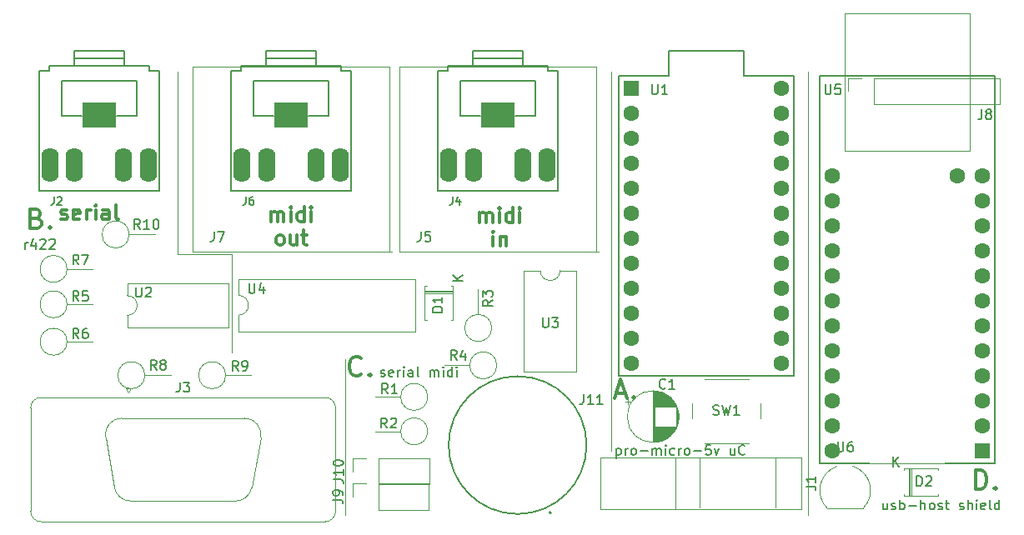
<source format=gto>
G04 #@! TF.GenerationSoftware,KiCad,Pcbnew,6.0.5*
G04 #@! TF.CreationDate,2022-08-11T19:52:30+02:00*
G04 #@! TF.ProjectId,_transcribe_,5f747261-6e73-4637-9269-62655f2e6b69,v0_1*
G04 #@! TF.SameCoordinates,Original*
G04 #@! TF.FileFunction,Legend,Top*
G04 #@! TF.FilePolarity,Positive*
%FSLAX46Y46*%
G04 Gerber Fmt 4.6, Leading zero omitted, Abs format (unit mm)*
G04 Created by KiCad (PCBNEW 6.0.5) date 2022-08-11 19:52:30*
%MOMM*%
%LPD*%
G01*
G04 APERTURE LIST*
%ADD10C,0.120000*%
%ADD11C,0.350000*%
%ADD12C,0.150000*%
%ADD13C,0.300000*%
%ADD14C,0.127000*%
%ADD15C,0.200000*%
%ADD16R,1.600000X1.600000*%
%ADD17C,1.600000*%
%ADD18O,1.750000X3.500000*%
%ADD19R,3.500000X2.500000*%
G04 APERTURE END LIST*
D10*
X-210000000Y790000000D02*
X-210000000Y745000000D01*
X-268500000Y771500000D02*
X-274000000Y771500000D01*
X-274000000Y771500000D02*
X-274000000Y790000000D01*
X-268500000Y761500000D02*
X-268500000Y771500000D01*
X-210000000Y745000000D02*
X-210000000Y754000000D01*
X-230000000Y790000000D02*
X-230000000Y751500000D01*
X-257000000Y745000000D02*
X-257000000Y760820000D01*
D11*
X-229502380Y757391666D02*
X-228550000Y757391666D01*
X-229692857Y756820238D02*
X-229026190Y758820238D01*
X-228359523Y756820238D01*
X-227692857Y757010714D02*
X-227597619Y756915476D01*
X-227692857Y756820238D01*
X-227788095Y756915476D01*
X-227692857Y757010714D01*
X-227692857Y756820238D01*
X-288333333Y775142857D02*
X-288047619Y775047619D01*
X-287952380Y774952380D01*
X-287857142Y774761904D01*
X-287857142Y774476190D01*
X-287952380Y774285714D01*
X-288047619Y774190476D01*
X-288238095Y774095238D01*
X-289000000Y774095238D01*
X-289000000Y776095238D01*
X-288333333Y776095238D01*
X-288142857Y776000000D01*
X-288047619Y775904761D01*
X-287952380Y775714285D01*
X-287952380Y775523809D01*
X-288047619Y775333333D01*
X-288142857Y775238095D01*
X-288333333Y775142857D01*
X-289000000Y775142857D01*
X-287000000Y774285714D02*
X-286904761Y774190476D01*
X-287000000Y774095238D01*
X-287095238Y774190476D01*
X-287000000Y774285714D01*
X-287000000Y774095238D01*
D12*
X-229475000Y751764285D02*
X-229475000Y750764285D01*
X-229475000Y751716666D02*
X-229379761Y751764285D01*
X-229189285Y751764285D01*
X-229094047Y751716666D01*
X-229046428Y751669047D01*
X-228998809Y751573809D01*
X-228998809Y751288095D01*
X-229046428Y751192857D01*
X-229094047Y751145238D01*
X-229189285Y751097619D01*
X-229379761Y751097619D01*
X-229475000Y751145238D01*
X-228570238Y751097619D02*
X-228570238Y751764285D01*
X-228570238Y751573809D02*
X-228522619Y751669047D01*
X-228475000Y751716666D01*
X-228379761Y751764285D01*
X-228284523Y751764285D01*
X-227808333Y751097619D02*
X-227903571Y751145238D01*
X-227951190Y751192857D01*
X-227998809Y751288095D01*
X-227998809Y751573809D01*
X-227951190Y751669047D01*
X-227903571Y751716666D01*
X-227808333Y751764285D01*
X-227665476Y751764285D01*
X-227570238Y751716666D01*
X-227522619Y751669047D01*
X-227475000Y751573809D01*
X-227475000Y751288095D01*
X-227522619Y751192857D01*
X-227570238Y751145238D01*
X-227665476Y751097619D01*
X-227808333Y751097619D01*
X-227046428Y751478571D02*
X-226284523Y751478571D01*
X-225808333Y751097619D02*
X-225808333Y751764285D01*
X-225808333Y751669047D02*
X-225760714Y751716666D01*
X-225665476Y751764285D01*
X-225522619Y751764285D01*
X-225427380Y751716666D01*
X-225379761Y751621428D01*
X-225379761Y751097619D01*
X-225379761Y751621428D02*
X-225332142Y751716666D01*
X-225236904Y751764285D01*
X-225094047Y751764285D01*
X-224998809Y751716666D01*
X-224951190Y751621428D01*
X-224951190Y751097619D01*
X-224475000Y751097619D02*
X-224475000Y751764285D01*
X-224475000Y752097619D02*
X-224522619Y752050000D01*
X-224475000Y752002380D01*
X-224427380Y752050000D01*
X-224475000Y752097619D01*
X-224475000Y752002380D01*
X-223570238Y751145238D02*
X-223665476Y751097619D01*
X-223855952Y751097619D01*
X-223951190Y751145238D01*
X-223998809Y751192857D01*
X-224046428Y751288095D01*
X-224046428Y751573809D01*
X-223998809Y751669047D01*
X-223951190Y751716666D01*
X-223855952Y751764285D01*
X-223665476Y751764285D01*
X-223570238Y751716666D01*
X-223141666Y751097619D02*
X-223141666Y751764285D01*
X-223141666Y751573809D02*
X-223094047Y751669047D01*
X-223046428Y751716666D01*
X-222951190Y751764285D01*
X-222855952Y751764285D01*
X-222379761Y751097619D02*
X-222475000Y751145238D01*
X-222522619Y751192857D01*
X-222570238Y751288095D01*
X-222570238Y751573809D01*
X-222522619Y751669047D01*
X-222475000Y751716666D01*
X-222379761Y751764285D01*
X-222236904Y751764285D01*
X-222141666Y751716666D01*
X-222094047Y751669047D01*
X-222046428Y751573809D01*
X-222046428Y751288095D01*
X-222094047Y751192857D01*
X-222141666Y751145238D01*
X-222236904Y751097619D01*
X-222379761Y751097619D01*
X-221617857Y751478571D02*
X-220855952Y751478571D01*
X-219903571Y752097619D02*
X-220379761Y752097619D01*
X-220427380Y751621428D01*
X-220379761Y751669047D01*
X-220284523Y751716666D01*
X-220046428Y751716666D01*
X-219951190Y751669047D01*
X-219903571Y751621428D01*
X-219855952Y751526190D01*
X-219855952Y751288095D01*
X-219903571Y751192857D01*
X-219951190Y751145238D01*
X-220046428Y751097619D01*
X-220284523Y751097619D01*
X-220379761Y751145238D01*
X-220427380Y751192857D01*
X-219522619Y751764285D02*
X-219284523Y751097619D01*
X-219046428Y751764285D01*
X-217475000Y751764285D02*
X-217475000Y751097619D01*
X-217903571Y751764285D02*
X-217903571Y751240476D01*
X-217855952Y751145238D01*
X-217760714Y751097619D01*
X-217617857Y751097619D01*
X-217522619Y751145238D01*
X-217475000Y751192857D01*
X-216427380Y751192857D02*
X-216475000Y751145238D01*
X-216617857Y751097619D01*
X-216713095Y751097619D01*
X-216855952Y751145238D01*
X-216951190Y751240476D01*
X-216998809Y751335714D01*
X-217046428Y751526190D01*
X-217046428Y751669047D01*
X-216998809Y751859523D01*
X-216951190Y751954761D01*
X-216855952Y752050000D01*
X-216713095Y752097619D01*
X-216617857Y752097619D01*
X-216475000Y752050000D01*
X-216427380Y752002380D01*
X-253380952Y759095238D02*
X-253285714Y759047619D01*
X-253095238Y759047619D01*
X-253000000Y759095238D01*
X-252952380Y759190476D01*
X-252952380Y759238095D01*
X-253000000Y759333333D01*
X-253095238Y759380952D01*
X-253238095Y759380952D01*
X-253333333Y759428571D01*
X-253380952Y759523809D01*
X-253380952Y759571428D01*
X-253333333Y759666666D01*
X-253238095Y759714285D01*
X-253095238Y759714285D01*
X-253000000Y759666666D01*
X-252142857Y759095238D02*
X-252238095Y759047619D01*
X-252428571Y759047619D01*
X-252523809Y759095238D01*
X-252571428Y759190476D01*
X-252571428Y759571428D01*
X-252523809Y759666666D01*
X-252428571Y759714285D01*
X-252238095Y759714285D01*
X-252142857Y759666666D01*
X-252095238Y759571428D01*
X-252095238Y759476190D01*
X-252571428Y759380952D01*
X-251666666Y759047619D02*
X-251666666Y759714285D01*
X-251666666Y759523809D02*
X-251619047Y759619047D01*
X-251571428Y759666666D01*
X-251476190Y759714285D01*
X-251380952Y759714285D01*
X-251047619Y759047619D02*
X-251047619Y759714285D01*
X-251047619Y760047619D02*
X-251095238Y760000000D01*
X-251047619Y759952380D01*
X-251000000Y760000000D01*
X-251047619Y760047619D01*
X-251047619Y759952380D01*
X-250142857Y759047619D02*
X-250142857Y759571428D01*
X-250190476Y759666666D01*
X-250285714Y759714285D01*
X-250476190Y759714285D01*
X-250571428Y759666666D01*
X-250142857Y759095238D02*
X-250238095Y759047619D01*
X-250476190Y759047619D01*
X-250571428Y759095238D01*
X-250619047Y759190476D01*
X-250619047Y759285714D01*
X-250571428Y759380952D01*
X-250476190Y759428571D01*
X-250238095Y759428571D01*
X-250142857Y759476190D01*
X-249523809Y759047619D02*
X-249619047Y759095238D01*
X-249666666Y759190476D01*
X-249666666Y760047619D01*
X-248380952Y759047619D02*
X-248380952Y759714285D01*
X-248380952Y759619047D02*
X-248333333Y759666666D01*
X-248238095Y759714285D01*
X-248095238Y759714285D01*
X-248000000Y759666666D01*
X-247952380Y759571428D01*
X-247952380Y759047619D01*
X-247952380Y759571428D02*
X-247904761Y759666666D01*
X-247809523Y759714285D01*
X-247666666Y759714285D01*
X-247571428Y759666666D01*
X-247523809Y759571428D01*
X-247523809Y759047619D01*
X-247047619Y759047619D02*
X-247047619Y759714285D01*
X-247047619Y760047619D02*
X-247095238Y760000000D01*
X-247047619Y759952380D01*
X-247000000Y760000000D01*
X-247047619Y760047619D01*
X-247047619Y759952380D01*
X-246142857Y759047619D02*
X-246142857Y760047619D01*
X-246142857Y759095238D02*
X-246238095Y759047619D01*
X-246428571Y759047619D01*
X-246523809Y759095238D01*
X-246571428Y759142857D01*
X-246619047Y759238095D01*
X-246619047Y759523809D01*
X-246571428Y759619047D01*
X-246523809Y759666666D01*
X-246428571Y759714285D01*
X-246238095Y759714285D01*
X-246142857Y759666666D01*
X-245666666Y759047619D02*
X-245666666Y759714285D01*
X-245666666Y760047619D02*
X-245714285Y760000000D01*
X-245666666Y759952380D01*
X-245619047Y760000000D01*
X-245666666Y760047619D01*
X-245666666Y759952380D01*
X-289500000Y772047619D02*
X-289500000Y772714285D01*
X-289500000Y772523809D02*
X-289452380Y772619047D01*
X-289404761Y772666666D01*
X-289309523Y772714285D01*
X-289214285Y772714285D01*
X-288452380Y772714285D02*
X-288452380Y772047619D01*
X-288690476Y773095238D02*
X-288928571Y772380952D01*
X-288309523Y772380952D01*
X-287976190Y772952380D02*
X-287928571Y773000000D01*
X-287833333Y773047619D01*
X-287595238Y773047619D01*
X-287500000Y773000000D01*
X-287452380Y772952380D01*
X-287404761Y772857142D01*
X-287404761Y772761904D01*
X-287452380Y772619047D01*
X-288023809Y772047619D01*
X-287404761Y772047619D01*
X-287023809Y772952380D02*
X-286976190Y773000000D01*
X-286880952Y773047619D01*
X-286642857Y773047619D01*
X-286547619Y773000000D01*
X-286500000Y772952380D01*
X-286452380Y772857142D01*
X-286452380Y772761904D01*
X-286500000Y772619047D01*
X-287071428Y772047619D01*
X-286452380Y772047619D01*
D11*
X-255357142Y759285714D02*
X-255452380Y759190476D01*
X-255738095Y759095238D01*
X-255928571Y759095238D01*
X-256214285Y759190476D01*
X-256404761Y759380952D01*
X-256500000Y759571428D01*
X-256595238Y759952380D01*
X-256595238Y760238095D01*
X-256500000Y760619047D01*
X-256404761Y760809523D01*
X-256214285Y761000000D01*
X-255928571Y761095238D01*
X-255738095Y761095238D01*
X-255452380Y761000000D01*
X-255357142Y760904761D01*
X-254500000Y759285714D02*
X-254404761Y759190476D01*
X-254500000Y759095238D01*
X-254595238Y759190476D01*
X-254500000Y759285714D01*
X-254500000Y759095238D01*
D13*
X-264535714Y774828928D02*
X-264535714Y775828928D01*
X-264535714Y775686071D02*
X-264464285Y775757500D01*
X-264321428Y775828928D01*
X-264107142Y775828928D01*
X-263964285Y775757500D01*
X-263892857Y775614642D01*
X-263892857Y774828928D01*
X-263892857Y775614642D02*
X-263821428Y775757500D01*
X-263678571Y775828928D01*
X-263464285Y775828928D01*
X-263321428Y775757500D01*
X-263250000Y775614642D01*
X-263250000Y774828928D01*
X-262535714Y774828928D02*
X-262535714Y775828928D01*
X-262535714Y776328928D02*
X-262607142Y776257500D01*
X-262535714Y776186071D01*
X-262464285Y776257500D01*
X-262535714Y776328928D01*
X-262535714Y776186071D01*
X-261178571Y774828928D02*
X-261178571Y776328928D01*
X-261178571Y774900357D02*
X-261321428Y774828928D01*
X-261607142Y774828928D01*
X-261750000Y774900357D01*
X-261821428Y774971785D01*
X-261892857Y775114642D01*
X-261892857Y775543214D01*
X-261821428Y775686071D01*
X-261750000Y775757500D01*
X-261607142Y775828928D01*
X-261321428Y775828928D01*
X-261178571Y775757500D01*
X-260464285Y774828928D02*
X-260464285Y775828928D01*
X-260464285Y776328928D02*
X-260535714Y776257500D01*
X-260464285Y776186071D01*
X-260392857Y776257500D01*
X-260464285Y776328928D01*
X-260464285Y776186071D01*
X-263714285Y772413928D02*
X-263857142Y772485357D01*
X-263928571Y772556785D01*
X-264000000Y772699642D01*
X-264000000Y773128214D01*
X-263928571Y773271071D01*
X-263857142Y773342500D01*
X-263714285Y773413928D01*
X-263500000Y773413928D01*
X-263357142Y773342500D01*
X-263285714Y773271071D01*
X-263214285Y773128214D01*
X-263214285Y772699642D01*
X-263285714Y772556785D01*
X-263357142Y772485357D01*
X-263500000Y772413928D01*
X-263714285Y772413928D01*
X-261928571Y773413928D02*
X-261928571Y772413928D01*
X-262571428Y773413928D02*
X-262571428Y772628214D01*
X-262500000Y772485357D01*
X-262357142Y772413928D01*
X-262142857Y772413928D01*
X-262000000Y772485357D01*
X-261928571Y772556785D01*
X-261428571Y773413928D02*
X-260857142Y773413928D01*
X-261214285Y773913928D02*
X-261214285Y772628214D01*
X-261142857Y772485357D01*
X-261000000Y772413928D01*
X-260857142Y772413928D01*
X-243335714Y774728928D02*
X-243335714Y775728928D01*
X-243335714Y775586071D02*
X-243264285Y775657500D01*
X-243121428Y775728928D01*
X-242907142Y775728928D01*
X-242764285Y775657500D01*
X-242692857Y775514642D01*
X-242692857Y774728928D01*
X-242692857Y775514642D02*
X-242621428Y775657500D01*
X-242478571Y775728928D01*
X-242264285Y775728928D01*
X-242121428Y775657500D01*
X-242050000Y775514642D01*
X-242050000Y774728928D01*
X-241335714Y774728928D02*
X-241335714Y775728928D01*
X-241335714Y776228928D02*
X-241407142Y776157500D01*
X-241335714Y776086071D01*
X-241264285Y776157500D01*
X-241335714Y776228928D01*
X-241335714Y776086071D01*
X-239978571Y774728928D02*
X-239978571Y776228928D01*
X-239978571Y774800357D02*
X-240121428Y774728928D01*
X-240407142Y774728928D01*
X-240550000Y774800357D01*
X-240621428Y774871785D01*
X-240692857Y775014642D01*
X-240692857Y775443214D01*
X-240621428Y775586071D01*
X-240550000Y775657500D01*
X-240407142Y775728928D01*
X-240121428Y775728928D01*
X-239978571Y775657500D01*
X-239264285Y774728928D02*
X-239264285Y775728928D01*
X-239264285Y776228928D02*
X-239335714Y776157500D01*
X-239264285Y776086071D01*
X-239192857Y776157500D01*
X-239264285Y776228928D01*
X-239264285Y776086071D01*
X-241978571Y772313928D02*
X-241978571Y773313928D01*
X-241978571Y773813928D02*
X-242050000Y773742500D01*
X-241978571Y773671071D01*
X-241907142Y773742500D01*
X-241978571Y773813928D01*
X-241978571Y773671071D01*
X-241264285Y773313928D02*
X-241264285Y772313928D01*
X-241264285Y773171071D02*
X-241192857Y773242500D01*
X-241050000Y773313928D01*
X-240835714Y773313928D01*
X-240692857Y773242500D01*
X-240621428Y773099642D01*
X-240621428Y772313928D01*
X-285857142Y775092857D02*
X-285714285Y775021428D01*
X-285428571Y775021428D01*
X-285285714Y775092857D01*
X-285214285Y775235714D01*
X-285214285Y775307142D01*
X-285285714Y775450000D01*
X-285428571Y775521428D01*
X-285642857Y775521428D01*
X-285785714Y775592857D01*
X-285857142Y775735714D01*
X-285857142Y775807142D01*
X-285785714Y775950000D01*
X-285642857Y776021428D01*
X-285428571Y776021428D01*
X-285285714Y775950000D01*
X-284000000Y775092857D02*
X-284142857Y775021428D01*
X-284428571Y775021428D01*
X-284571428Y775092857D01*
X-284642857Y775235714D01*
X-284642857Y775807142D01*
X-284571428Y775950000D01*
X-284428571Y776021428D01*
X-284142857Y776021428D01*
X-284000000Y775950000D01*
X-283928571Y775807142D01*
X-283928571Y775664285D01*
X-284642857Y775521428D01*
X-283285714Y775021428D02*
X-283285714Y776021428D01*
X-283285714Y775735714D02*
X-283214285Y775878571D01*
X-283142857Y775950000D01*
X-283000000Y776021428D01*
X-282857142Y776021428D01*
X-282357142Y775021428D02*
X-282357142Y776021428D01*
X-282357142Y776521428D02*
X-282428571Y776450000D01*
X-282357142Y776378571D01*
X-282285714Y776450000D01*
X-282357142Y776521428D01*
X-282357142Y776378571D01*
X-281000000Y775021428D02*
X-281000000Y775807142D01*
X-281071428Y775950000D01*
X-281214285Y776021428D01*
X-281500000Y776021428D01*
X-281642857Y775950000D01*
X-281000000Y775092857D02*
X-281142857Y775021428D01*
X-281500000Y775021428D01*
X-281642857Y775092857D01*
X-281714285Y775235714D01*
X-281714285Y775378571D01*
X-281642857Y775521428D01*
X-281500000Y775592857D01*
X-281142857Y775592857D01*
X-281000000Y775664285D01*
X-280071428Y775021428D02*
X-280214285Y775092857D01*
X-280285714Y775235714D01*
X-280285714Y776521428D01*
D12*
X-201976190Y746214285D02*
X-201976190Y745547619D01*
X-202404761Y746214285D02*
X-202404761Y745690476D01*
X-202357142Y745595238D01*
X-202261904Y745547619D01*
X-202119047Y745547619D01*
X-202023809Y745595238D01*
X-201976190Y745642857D01*
X-201547619Y745595238D02*
X-201452380Y745547619D01*
X-201261904Y745547619D01*
X-201166666Y745595238D01*
X-201119047Y745690476D01*
X-201119047Y745738095D01*
X-201166666Y745833333D01*
X-201261904Y745880952D01*
X-201404761Y745880952D01*
X-201500000Y745928571D01*
X-201547619Y746023809D01*
X-201547619Y746071428D01*
X-201500000Y746166666D01*
X-201404761Y746214285D01*
X-201261904Y746214285D01*
X-201166666Y746166666D01*
X-200690476Y745547619D02*
X-200690476Y746547619D01*
X-200690476Y746166666D02*
X-200595238Y746214285D01*
X-200404761Y746214285D01*
X-200309523Y746166666D01*
X-200261904Y746119047D01*
X-200214285Y746023809D01*
X-200214285Y745738095D01*
X-200261904Y745642857D01*
X-200309523Y745595238D01*
X-200404761Y745547619D01*
X-200595238Y745547619D01*
X-200690476Y745595238D01*
X-199785714Y745928571D02*
X-199023809Y745928571D01*
X-198547619Y745547619D02*
X-198547619Y746547619D01*
X-198119047Y745547619D02*
X-198119047Y746071428D01*
X-198166666Y746166666D01*
X-198261904Y746214285D01*
X-198404761Y746214285D01*
X-198500000Y746166666D01*
X-198547619Y746119047D01*
X-197500000Y745547619D02*
X-197595238Y745595238D01*
X-197642857Y745642857D01*
X-197690476Y745738095D01*
X-197690476Y746023809D01*
X-197642857Y746119047D01*
X-197595238Y746166666D01*
X-197500000Y746214285D01*
X-197357142Y746214285D01*
X-197261904Y746166666D01*
X-197214285Y746119047D01*
X-197166666Y746023809D01*
X-197166666Y745738095D01*
X-197214285Y745642857D01*
X-197261904Y745595238D01*
X-197357142Y745547619D01*
X-197500000Y745547619D01*
X-196785714Y745595238D02*
X-196690476Y745547619D01*
X-196500000Y745547619D01*
X-196404761Y745595238D01*
X-196357142Y745690476D01*
X-196357142Y745738095D01*
X-196404761Y745833333D01*
X-196500000Y745880952D01*
X-196642857Y745880952D01*
X-196738095Y745928571D01*
X-196785714Y746023809D01*
X-196785714Y746071428D01*
X-196738095Y746166666D01*
X-196642857Y746214285D01*
X-196500000Y746214285D01*
X-196404761Y746166666D01*
X-196071428Y746214285D02*
X-195690476Y746214285D01*
X-195928571Y746547619D02*
X-195928571Y745690476D01*
X-195880952Y745595238D01*
X-195785714Y745547619D01*
X-195690476Y745547619D01*
X-194642857Y745595238D02*
X-194547619Y745547619D01*
X-194357142Y745547619D01*
X-194261904Y745595238D01*
X-194214285Y745690476D01*
X-194214285Y745738095D01*
X-194261904Y745833333D01*
X-194357142Y745880952D01*
X-194500000Y745880952D01*
X-194595238Y745928571D01*
X-194642857Y746023809D01*
X-194642857Y746071428D01*
X-194595238Y746166666D01*
X-194500000Y746214285D01*
X-194357142Y746214285D01*
X-194261904Y746166666D01*
X-193785714Y745547619D02*
X-193785714Y746547619D01*
X-193357142Y745547619D02*
X-193357142Y746071428D01*
X-193404761Y746166666D01*
X-193500000Y746214285D01*
X-193642857Y746214285D01*
X-193738095Y746166666D01*
X-193785714Y746119047D01*
X-192880952Y745547619D02*
X-192880952Y746214285D01*
X-192880952Y746547619D02*
X-192928571Y746500000D01*
X-192880952Y746452380D01*
X-192833333Y746500000D01*
X-192880952Y746547619D01*
X-192880952Y746452380D01*
X-192023809Y745595238D02*
X-192119047Y745547619D01*
X-192309523Y745547619D01*
X-192404761Y745595238D01*
X-192452380Y745690476D01*
X-192452380Y746071428D01*
X-192404761Y746166666D01*
X-192309523Y746214285D01*
X-192119047Y746214285D01*
X-192023809Y746166666D01*
X-191976190Y746071428D01*
X-191976190Y745976190D01*
X-192452380Y745880952D01*
X-191404761Y745547619D02*
X-191500000Y745595238D01*
X-191547619Y745690476D01*
X-191547619Y746547619D01*
X-190595238Y745547619D02*
X-190595238Y746547619D01*
X-190595238Y745595238D02*
X-190690476Y745547619D01*
X-190880952Y745547619D01*
X-190976190Y745595238D01*
X-191023809Y745642857D01*
X-191071428Y745738095D01*
X-191071428Y746023809D01*
X-191023809Y746119047D01*
X-190976190Y746166666D01*
X-190880952Y746214285D01*
X-190690476Y746214285D01*
X-190595238Y746166666D01*
D11*
X-193000000Y747595238D02*
X-193000000Y749595238D01*
X-192523809Y749595238D01*
X-192238095Y749500000D01*
X-192047619Y749309523D01*
X-191952380Y749119047D01*
X-191857142Y748738095D01*
X-191857142Y748452380D01*
X-191952380Y748071428D01*
X-192047619Y747880952D01*
X-192238095Y747690476D01*
X-192523809Y747595238D01*
X-193000000Y747595238D01*
X-191000000Y747785714D02*
X-190904761Y747690476D01*
X-191000000Y747595238D01*
X-191095238Y747690476D01*
X-191000000Y747785714D01*
X-191000000Y747595238D01*
D12*
X-232809523Y757247619D02*
X-232809523Y756533333D01*
X-232857142Y756390476D01*
X-232952380Y756295238D01*
X-233095238Y756247619D01*
X-233190476Y756247619D01*
X-231809523Y756247619D02*
X-232380952Y756247619D01*
X-232095238Y756247619D02*
X-232095238Y757247619D01*
X-232190476Y757104761D01*
X-232285714Y757009523D01*
X-232380952Y756961904D01*
X-230857142Y756247619D02*
X-231428571Y756247619D01*
X-231142857Y756247619D02*
X-231142857Y757247619D01*
X-231238095Y757104761D01*
X-231333333Y757009523D01*
X-231428571Y756961904D01*
X-236951904Y765047619D02*
X-236951904Y764238095D01*
X-236904285Y764142857D01*
X-236856666Y764095238D01*
X-236761428Y764047619D01*
X-236570952Y764047619D01*
X-236475714Y764095238D01*
X-236428095Y764142857D01*
X-236380476Y764238095D01*
X-236380476Y765047619D01*
X-235999523Y765047619D02*
X-235380476Y765047619D01*
X-235713809Y764666666D01*
X-235570952Y764666666D01*
X-235475714Y764619047D01*
X-235428095Y764571428D01*
X-235380476Y764476190D01*
X-235380476Y764238095D01*
X-235428095Y764142857D01*
X-235475714Y764095238D01*
X-235570952Y764047619D01*
X-235856666Y764047619D01*
X-235951904Y764095238D01*
X-235999523Y764142857D01*
X-245691666Y760747619D02*
X-246025000Y761223809D01*
X-246263095Y760747619D02*
X-246263095Y761747619D01*
X-245882142Y761747619D01*
X-245786904Y761700000D01*
X-245739285Y761652380D01*
X-245691666Y761557142D01*
X-245691666Y761414285D01*
X-245739285Y761319047D01*
X-245786904Y761271428D01*
X-245882142Y761223809D01*
X-246263095Y761223809D01*
X-244834523Y761414285D02*
X-244834523Y760747619D01*
X-245072619Y761795238D02*
X-245310714Y761080952D01*
X-244691666Y761080952D01*
X-252666666Y757347619D02*
X-253000000Y757823809D01*
X-253238095Y757347619D02*
X-253238095Y758347619D01*
X-252857142Y758347619D01*
X-252761904Y758300000D01*
X-252714285Y758252380D01*
X-252666666Y758157142D01*
X-252666666Y758014285D01*
X-252714285Y757919047D01*
X-252761904Y757871428D01*
X-252857142Y757823809D01*
X-253238095Y757823809D01*
X-251714285Y757347619D02*
X-252285714Y757347619D01*
X-252000000Y757347619D02*
X-252000000Y758347619D01*
X-252095238Y758204761D01*
X-252190476Y758109523D01*
X-252285714Y758061904D01*
X-252766666Y753847619D02*
X-253100000Y754323809D01*
X-253338095Y753847619D02*
X-253338095Y754847619D01*
X-252957142Y754847619D01*
X-252861904Y754800000D01*
X-252814285Y754752380D01*
X-252766666Y754657142D01*
X-252766666Y754514285D01*
X-252814285Y754419047D01*
X-252861904Y754371428D01*
X-252957142Y754323809D01*
X-253338095Y754323809D01*
X-252385714Y754752380D02*
X-252338095Y754800000D01*
X-252242857Y754847619D01*
X-252004761Y754847619D01*
X-251909523Y754800000D01*
X-251861904Y754752380D01*
X-251814285Y754657142D01*
X-251814285Y754561904D01*
X-251861904Y754419047D01*
X-252433333Y753847619D01*
X-251814285Y753847619D01*
X-266761904Y768547619D02*
X-266761904Y767738095D01*
X-266714285Y767642857D01*
X-266666666Y767595238D01*
X-266571428Y767547619D01*
X-266380952Y767547619D01*
X-266285714Y767595238D01*
X-266238095Y767642857D01*
X-266190476Y767738095D01*
X-266190476Y768547619D01*
X-265285714Y768214285D02*
X-265285714Y767547619D01*
X-265523809Y768595238D02*
X-265761904Y767880952D01*
X-265142857Y767880952D01*
X-225861904Y788747619D02*
X-225861904Y787938095D01*
X-225814285Y787842857D01*
X-225766666Y787795238D01*
X-225671428Y787747619D01*
X-225480952Y787747619D01*
X-225385714Y787795238D01*
X-225338095Y787842857D01*
X-225290476Y787938095D01*
X-225290476Y788747619D01*
X-224290476Y787747619D02*
X-224861904Y787747619D01*
X-224576190Y787747619D02*
X-224576190Y788747619D01*
X-224671428Y788604761D01*
X-224766666Y788509523D01*
X-224861904Y788461904D01*
X-208261904Y788747619D02*
X-208261904Y787938095D01*
X-208214285Y787842857D01*
X-208166666Y787795238D01*
X-208071428Y787747619D01*
X-207880952Y787747619D01*
X-207785714Y787795238D01*
X-207738095Y787842857D01*
X-207690476Y787938095D01*
X-207690476Y788747619D01*
X-206738095Y788747619D02*
X-207214285Y788747619D01*
X-207261904Y788271428D01*
X-207214285Y788319047D01*
X-207119047Y788366666D01*
X-206880952Y788366666D01*
X-206785714Y788319047D01*
X-206738095Y788271428D01*
X-206690476Y788176190D01*
X-206690476Y787938095D01*
X-206738095Y787842857D01*
X-206785714Y787795238D01*
X-206880952Y787747619D01*
X-207119047Y787747619D01*
X-207214285Y787795238D01*
X-207261904Y787842857D01*
X-224491666Y757917857D02*
X-224539285Y757870238D01*
X-224682142Y757822619D01*
X-224777380Y757822619D01*
X-224920238Y757870238D01*
X-225015476Y757965476D01*
X-225063095Y758060714D01*
X-225110714Y758251190D01*
X-225110714Y758394047D01*
X-225063095Y758584523D01*
X-225015476Y758679761D01*
X-224920238Y758775000D01*
X-224777380Y758822619D01*
X-224682142Y758822619D01*
X-224539285Y758775000D01*
X-224491666Y758727380D01*
X-223539285Y757822619D02*
X-224110714Y757822619D01*
X-223825000Y757822619D02*
X-223825000Y758822619D01*
X-223920238Y758679761D01*
X-224015476Y758584523D01*
X-224110714Y758536904D01*
X-247147619Y765611904D02*
X-248147619Y765611904D01*
X-248147619Y765850000D01*
X-248100000Y765992857D01*
X-248004761Y766088095D01*
X-247909523Y766135714D01*
X-247719047Y766183333D01*
X-247576190Y766183333D01*
X-247385714Y766135714D01*
X-247290476Y766088095D01*
X-247195238Y765992857D01*
X-247147619Y765850000D01*
X-247147619Y765611904D01*
X-247147619Y767135714D02*
X-247147619Y766564285D01*
X-247147619Y766850000D02*
X-248147619Y766850000D01*
X-248004761Y766754761D01*
X-247909523Y766659523D01*
X-247861904Y766564285D01*
X-245047619Y768818095D02*
X-246047619Y768818095D01*
X-245047619Y769389523D02*
X-245619047Y768960952D01*
X-246047619Y769389523D02*
X-245476190Y768818095D01*
X-210217619Y747896666D02*
X-209503333Y747896666D01*
X-209360476Y747849047D01*
X-209265238Y747753809D01*
X-209217619Y747610952D01*
X-209217619Y747515714D01*
X-209217619Y748896666D02*
X-209217619Y748325238D01*
X-209217619Y748610952D02*
X-210217619Y748610952D01*
X-210074761Y748515714D01*
X-209979523Y748420476D01*
X-209931904Y748325238D01*
X-198963095Y747947619D02*
X-198963095Y748947619D01*
X-198725000Y748947619D01*
X-198582142Y748900000D01*
X-198486904Y748804761D01*
X-198439285Y748709523D01*
X-198391666Y748519047D01*
X-198391666Y748376190D01*
X-198439285Y748185714D01*
X-198486904Y748090476D01*
X-198582142Y747995238D01*
X-198725000Y747947619D01*
X-198963095Y747947619D01*
X-198010714Y748852380D02*
X-197963095Y748900000D01*
X-197867857Y748947619D01*
X-197629761Y748947619D01*
X-197534523Y748900000D01*
X-197486904Y748852380D01*
X-197439285Y748757142D01*
X-197439285Y748661904D01*
X-197486904Y748519047D01*
X-198058333Y747947619D01*
X-197439285Y747947619D01*
X-201336904Y749897619D02*
X-201336904Y750897619D01*
X-200765476Y749897619D02*
X-201194047Y750469047D01*
X-200765476Y750897619D02*
X-201336904Y750326190D01*
X-242047619Y766833333D02*
X-242523809Y766500000D01*
X-242047619Y766261904D02*
X-243047619Y766261904D01*
X-243047619Y766642857D01*
X-243000000Y766738095D01*
X-242952380Y766785714D01*
X-242857142Y766833333D01*
X-242714285Y766833333D01*
X-242619047Y766785714D01*
X-242571428Y766738095D01*
X-242523809Y766642857D01*
X-242523809Y766261904D01*
X-243047619Y767166666D02*
X-243047619Y767785714D01*
X-242666666Y767452380D01*
X-242666666Y767595238D01*
X-242619047Y767690476D01*
X-242571428Y767738095D01*
X-242476190Y767785714D01*
X-242238095Y767785714D01*
X-242142857Y767738095D01*
X-242095238Y767690476D01*
X-242047619Y767595238D01*
X-242047619Y767309523D01*
X-242095238Y767214285D01*
X-242142857Y767166666D01*
X-192383333Y786197619D02*
X-192383333Y785483333D01*
X-192430952Y785340476D01*
X-192526190Y785245238D01*
X-192669047Y785197619D01*
X-192764285Y785197619D01*
X-191764285Y785769047D02*
X-191859523Y785816666D01*
X-191907142Y785864285D01*
X-191954761Y785959523D01*
X-191954761Y786007142D01*
X-191907142Y786102380D01*
X-191859523Y786150000D01*
X-191764285Y786197619D01*
X-191573809Y786197619D01*
X-191478571Y786150000D01*
X-191430952Y786102380D01*
X-191383333Y786007142D01*
X-191383333Y785959523D01*
X-191430952Y785864285D01*
X-191478571Y785816666D01*
X-191573809Y785769047D01*
X-191764285Y785769047D01*
X-191859523Y785721428D01*
X-191907142Y785673809D01*
X-191954761Y785578571D01*
X-191954761Y785388095D01*
X-191907142Y785292857D01*
X-191859523Y785245238D01*
X-191764285Y785197619D01*
X-191573809Y785197619D01*
X-191478571Y785245238D01*
X-191430952Y785292857D01*
X-191383333Y785388095D01*
X-191383333Y785578571D01*
X-191430952Y785673809D01*
X-191478571Y785721428D01*
X-191573809Y785769047D01*
X-206991904Y752447619D02*
X-206991904Y751638095D01*
X-206944285Y751542857D01*
X-206896666Y751495238D01*
X-206801428Y751447619D01*
X-206610952Y751447619D01*
X-206515714Y751495238D01*
X-206468095Y751542857D01*
X-206420476Y751638095D01*
X-206420476Y752447619D01*
X-205515714Y752447619D02*
X-205706190Y752447619D01*
X-205801428Y752400000D01*
X-205849047Y752352380D01*
X-205944285Y752209523D01*
X-205991904Y752019047D01*
X-205991904Y751638095D01*
X-205944285Y751542857D01*
X-205896666Y751495238D01*
X-205801428Y751447619D01*
X-205610952Y751447619D01*
X-205515714Y751495238D01*
X-205468095Y751542857D01*
X-205420476Y751638095D01*
X-205420476Y751876190D01*
X-205468095Y751971428D01*
X-205515714Y752019047D01*
X-205610952Y752066666D01*
X-205801428Y752066666D01*
X-205896666Y752019047D01*
X-205944285Y751971428D01*
X-205991904Y751876190D01*
X-286584666Y777326095D02*
X-286584666Y776754666D01*
X-286622761Y776640380D01*
X-286698952Y776564190D01*
X-286813238Y776526095D01*
X-286889428Y776526095D01*
X-286241809Y777249904D02*
X-286203714Y777288000D01*
X-286127523Y777326095D01*
X-285937047Y777326095D01*
X-285860857Y777288000D01*
X-285822761Y777249904D01*
X-285784666Y777173714D01*
X-285784666Y777097523D01*
X-285822761Y776983238D01*
X-286279904Y776526095D01*
X-285784666Y776526095D01*
X-273793333Y758487619D02*
X-273793333Y757773333D01*
X-273840952Y757630476D01*
X-273936190Y757535238D01*
X-274079047Y757487619D01*
X-274174285Y757487619D01*
X-273412380Y758487619D02*
X-272793333Y758487619D01*
X-273126666Y758106666D01*
X-272983809Y758106666D01*
X-272888571Y758059047D01*
X-272840952Y758011428D01*
X-272793333Y757916190D01*
X-272793333Y757678095D01*
X-272840952Y757582857D01*
X-272888571Y757535238D01*
X-272983809Y757487619D01*
X-273269523Y757487619D01*
X-273364761Y757535238D01*
X-273412380Y757582857D01*
X-246084666Y777326095D02*
X-246084666Y776754666D01*
X-246122761Y776640380D01*
X-246198952Y776564190D01*
X-246313238Y776526095D01*
X-246389428Y776526095D01*
X-245360857Y777059428D02*
X-245360857Y776526095D01*
X-245551333Y777364190D02*
X-245741809Y776792761D01*
X-245246571Y776792761D01*
X-249333333Y773797619D02*
X-249333333Y773083333D01*
X-249380952Y772940476D01*
X-249476190Y772845238D01*
X-249619047Y772797619D01*
X-249714285Y772797619D01*
X-248380952Y773797619D02*
X-248857142Y773797619D01*
X-248904761Y773321428D01*
X-248857142Y773369047D01*
X-248761904Y773416666D01*
X-248523809Y773416666D01*
X-248428571Y773369047D01*
X-248380952Y773321428D01*
X-248333333Y773226190D01*
X-248333333Y772988095D01*
X-248380952Y772892857D01*
X-248428571Y772845238D01*
X-248523809Y772797619D01*
X-248761904Y772797619D01*
X-248857142Y772845238D01*
X-248904761Y772892857D01*
X-267084666Y777326095D02*
X-267084666Y776754666D01*
X-267122761Y776640380D01*
X-267198952Y776564190D01*
X-267313238Y776526095D01*
X-267389428Y776526095D01*
X-266360857Y777326095D02*
X-266513238Y777326095D01*
X-266589428Y777288000D01*
X-266627523Y777249904D01*
X-266703714Y777135619D01*
X-266741809Y776983238D01*
X-266741809Y776678476D01*
X-266703714Y776602285D01*
X-266665619Y776564190D01*
X-266589428Y776526095D01*
X-266437047Y776526095D01*
X-266360857Y776564190D01*
X-266322761Y776602285D01*
X-266284666Y776678476D01*
X-266284666Y776868952D01*
X-266322761Y776945142D01*
X-266360857Y776983238D01*
X-266437047Y777021333D01*
X-266589428Y777021333D01*
X-266665619Y776983238D01*
X-266703714Y776945142D01*
X-266741809Y776868952D01*
X-270333333Y773797619D02*
X-270333333Y773083333D01*
X-270380952Y772940476D01*
X-270476190Y772845238D01*
X-270619047Y772797619D01*
X-270714285Y772797619D01*
X-269952380Y773797619D02*
X-269285714Y773797619D01*
X-269714285Y772797619D01*
X-219633333Y755220238D02*
X-219490476Y755172619D01*
X-219252380Y755172619D01*
X-219157142Y755220238D01*
X-219109523Y755267857D01*
X-219061904Y755363095D01*
X-219061904Y755458333D01*
X-219109523Y755553571D01*
X-219157142Y755601190D01*
X-219252380Y755648809D01*
X-219442857Y755696428D01*
X-219538095Y755744047D01*
X-219585714Y755791666D01*
X-219633333Y755886904D01*
X-219633333Y755982142D01*
X-219585714Y756077380D01*
X-219538095Y756125000D01*
X-219442857Y756172619D01*
X-219204761Y756172619D01*
X-219061904Y756125000D01*
X-218728571Y756172619D02*
X-218490476Y755172619D01*
X-218300000Y755886904D01*
X-218109523Y755172619D01*
X-217871428Y756172619D01*
X-216966666Y755172619D02*
X-217538095Y755172619D01*
X-217252380Y755172619D02*
X-217252380Y756172619D01*
X-217347619Y756029761D01*
X-217442857Y755934523D01*
X-217538095Y755886904D01*
X-278261904Y768147619D02*
X-278261904Y767338095D01*
X-278214285Y767242857D01*
X-278166666Y767195238D01*
X-278071428Y767147619D01*
X-277880952Y767147619D01*
X-277785714Y767195238D01*
X-277738095Y767242857D01*
X-277690476Y767338095D01*
X-277690476Y768147619D01*
X-277261904Y768052380D02*
X-277214285Y768100000D01*
X-277119047Y768147619D01*
X-276880952Y768147619D01*
X-276785714Y768100000D01*
X-276738095Y768052380D01*
X-276690476Y767957142D01*
X-276690476Y767861904D01*
X-276738095Y767719047D01*
X-277309523Y767147619D01*
X-276690476Y767147619D01*
X-258242619Y746541666D02*
X-257528333Y746541666D01*
X-257385476Y746494047D01*
X-257290238Y746398809D01*
X-257242619Y746255952D01*
X-257242619Y746160714D01*
X-257242619Y747065476D02*
X-257242619Y747255952D01*
X-257290238Y747351190D01*
X-257337857Y747398809D01*
X-257480714Y747494047D01*
X-257671190Y747541666D01*
X-258052142Y747541666D01*
X-258147380Y747494047D01*
X-258195000Y747446428D01*
X-258242619Y747351190D01*
X-258242619Y747160714D01*
X-258195000Y747065476D01*
X-258147380Y747017857D01*
X-258052142Y746970238D01*
X-257814047Y746970238D01*
X-257718809Y747017857D01*
X-257671190Y747065476D01*
X-257623571Y747160714D01*
X-257623571Y747351190D01*
X-257671190Y747446428D01*
X-257718809Y747494047D01*
X-257814047Y747541666D01*
X-258207619Y748625476D02*
X-257493333Y748625476D01*
X-257350476Y748577857D01*
X-257255238Y748482619D01*
X-257207619Y748339761D01*
X-257207619Y748244523D01*
X-257207619Y749625476D02*
X-257207619Y749054047D01*
X-257207619Y749339761D02*
X-258207619Y749339761D01*
X-258064761Y749244523D01*
X-257969523Y749149285D01*
X-257921904Y749054047D01*
X-258207619Y750244523D02*
X-258207619Y750339761D01*
X-258160000Y750435000D01*
X-258112380Y750482619D01*
X-258017142Y750530238D01*
X-257826666Y750577857D01*
X-257588571Y750577857D01*
X-257398095Y750530238D01*
X-257302857Y750482619D01*
X-257255238Y750435000D01*
X-257207619Y750339761D01*
X-257207619Y750244523D01*
X-257255238Y750149285D01*
X-257302857Y750101666D01*
X-257398095Y750054047D01*
X-257588571Y750006428D01*
X-257826666Y750006428D01*
X-258017142Y750054047D01*
X-258112380Y750101666D01*
X-258160000Y750149285D01*
X-258207619Y750244523D01*
X-267866666Y759647619D02*
X-268199999Y760123809D01*
X-268438095Y759647619D02*
X-268438095Y760647619D01*
X-268057142Y760647619D01*
X-267961904Y760600000D01*
X-267914285Y760552380D01*
X-267866666Y760457142D01*
X-267866666Y760314285D01*
X-267914285Y760219047D01*
X-267961904Y760171428D01*
X-268057142Y760123809D01*
X-268438095Y760123809D01*
X-267390476Y759647619D02*
X-267199999Y759647619D01*
X-267104761Y759695238D01*
X-267057142Y759742857D01*
X-266961904Y759885714D01*
X-266914285Y760076190D01*
X-266914285Y760457142D01*
X-266961904Y760552380D01*
X-267009523Y760600000D01*
X-267104761Y760647619D01*
X-267295238Y760647619D01*
X-267390476Y760600000D01*
X-267438095Y760552380D01*
X-267485714Y760457142D01*
X-267485714Y760219047D01*
X-267438095Y760123809D01*
X-267390476Y760076190D01*
X-267295238Y760028571D01*
X-267104761Y760028571D01*
X-267009523Y760076190D01*
X-266961904Y760123809D01*
X-266914285Y760219047D01*
X-284066666Y766747619D02*
X-284400000Y767223809D01*
X-284638095Y766747619D02*
X-284638095Y767747619D01*
X-284257142Y767747619D01*
X-284161904Y767700000D01*
X-284114285Y767652380D01*
X-284066666Y767557142D01*
X-284066666Y767414285D01*
X-284114285Y767319047D01*
X-284161904Y767271428D01*
X-284257142Y767223809D01*
X-284638095Y767223809D01*
X-283161904Y767747619D02*
X-283638095Y767747619D01*
X-283685714Y767271428D01*
X-283638095Y767319047D01*
X-283542857Y767366666D01*
X-283304761Y767366666D01*
X-283209523Y767319047D01*
X-283161904Y767271428D01*
X-283114285Y767176190D01*
X-283114285Y766938095D01*
X-283161904Y766842857D01*
X-283209523Y766795238D01*
X-283304761Y766747619D01*
X-283542857Y766747619D01*
X-283638095Y766795238D01*
X-283685714Y766842857D01*
X-284066666Y770447619D02*
X-284400000Y770923809D01*
X-284638095Y770447619D02*
X-284638095Y771447619D01*
X-284257142Y771447619D01*
X-284161904Y771400000D01*
X-284114285Y771352380D01*
X-284066666Y771257142D01*
X-284066666Y771114285D01*
X-284114285Y771019047D01*
X-284161904Y770971428D01*
X-284257142Y770923809D01*
X-284638095Y770923809D01*
X-283733333Y771447619D02*
X-283066666Y771447619D01*
X-283495238Y770447619D01*
X-276166666Y759747619D02*
X-276500000Y760223809D01*
X-276738095Y759747619D02*
X-276738095Y760747619D01*
X-276357142Y760747619D01*
X-276261904Y760700000D01*
X-276214285Y760652380D01*
X-276166666Y760557142D01*
X-276166666Y760414285D01*
X-276214285Y760319047D01*
X-276261904Y760271428D01*
X-276357142Y760223809D01*
X-276738095Y760223809D01*
X-275595238Y760319047D02*
X-275690476Y760366666D01*
X-275738095Y760414285D01*
X-275785714Y760509523D01*
X-275785714Y760557142D01*
X-275738095Y760652380D01*
X-275690476Y760700000D01*
X-275595238Y760747619D01*
X-275404761Y760747619D01*
X-275309523Y760700000D01*
X-275261904Y760652380D01*
X-275214285Y760557142D01*
X-275214285Y760509523D01*
X-275261904Y760414285D01*
X-275309523Y760366666D01*
X-275404761Y760319047D01*
X-275595238Y760319047D01*
X-275690476Y760271428D01*
X-275738095Y760223809D01*
X-275785714Y760128571D01*
X-275785714Y759938095D01*
X-275738095Y759842857D01*
X-275690476Y759795238D01*
X-275595238Y759747619D01*
X-275404761Y759747619D01*
X-275309523Y759795238D01*
X-275261904Y759842857D01*
X-275214285Y759938095D01*
X-275214285Y760128571D01*
X-275261904Y760223809D01*
X-275309523Y760271428D01*
X-275404761Y760319047D01*
X-284066666Y762947619D02*
X-284400000Y763423809D01*
X-284638095Y762947619D02*
X-284638095Y763947619D01*
X-284257142Y763947619D01*
X-284161904Y763900000D01*
X-284114285Y763852380D01*
X-284066666Y763757142D01*
X-284066666Y763614285D01*
X-284114285Y763519047D01*
X-284161904Y763471428D01*
X-284257142Y763423809D01*
X-284638095Y763423809D01*
X-283209523Y763947619D02*
X-283400000Y763947619D01*
X-283495238Y763900000D01*
X-283542857Y763852380D01*
X-283638095Y763709523D01*
X-283685714Y763519047D01*
X-283685714Y763138095D01*
X-283638095Y763042857D01*
X-283590476Y762995238D01*
X-283495238Y762947619D01*
X-283304761Y762947619D01*
X-283209523Y762995238D01*
X-283161904Y763042857D01*
X-283114285Y763138095D01*
X-283114285Y763376190D01*
X-283161904Y763471428D01*
X-283209523Y763519047D01*
X-283304761Y763566666D01*
X-283495238Y763566666D01*
X-283590476Y763519047D01*
X-283638095Y763471428D01*
X-283685714Y763376190D01*
X-277842857Y774047619D02*
X-278176190Y774523809D01*
X-278414285Y774047619D02*
X-278414285Y775047619D01*
X-278033333Y775047619D01*
X-277938095Y775000000D01*
X-277890476Y774952380D01*
X-277842857Y774857142D01*
X-277842857Y774714285D01*
X-277890476Y774619047D01*
X-277938095Y774571428D01*
X-278033333Y774523809D01*
X-278414285Y774523809D01*
X-276890476Y774047619D02*
X-277461904Y774047619D01*
X-277176190Y774047619D02*
X-277176190Y775047619D01*
X-277271428Y774904761D01*
X-277366666Y774809523D01*
X-277461904Y774761904D01*
X-276271428Y775047619D02*
X-276176190Y775047619D01*
X-276080952Y775000000D01*
X-276033333Y774952380D01*
X-275985714Y774857142D01*
X-275938095Y774666666D01*
X-275938095Y774428571D01*
X-275985714Y774238095D01*
X-276033333Y774142857D01*
X-276080952Y774095238D01*
X-276176190Y774047619D01*
X-276271428Y774047619D01*
X-276366666Y774095238D01*
X-276414285Y774142857D01*
X-276461904Y774238095D01*
X-276509523Y774428571D01*
X-276509523Y774666666D01*
X-276461904Y774857142D01*
X-276414285Y774952380D01*
X-276366666Y775000000D01*
X-276271428Y775047619D01*
D14*
X-232500000Y752100000D02*
G75*
G03*
X-232500000Y752100000I-7000000J0D01*
G01*
D15*
X-236099000Y745209000D02*
G75*
G03*
X-236099000Y745209000I-100000J0D01*
G01*
D10*
X-237190000Y769830000D02*
X-238840000Y769830000D01*
X-233540000Y759550000D02*
X-233540000Y769830000D01*
X-238840000Y759550000D02*
X-233540000Y759550000D01*
X-233540000Y769830000D02*
X-235190000Y769830000D01*
X-238840000Y769830000D02*
X-238840000Y759550000D01*
X-237190000Y769830000D02*
G75*
G03*
X-235190000Y769830000I1000000J0D01*
G01*
X-244355000Y760200000D02*
X-246965000Y760200000D01*
X-241615000Y760200000D02*
G75*
G03*
X-241615000Y760200000I-1370000J0D01*
G01*
X-251370000Y757000000D02*
X-253980000Y757000000D01*
X-248630000Y757000000D02*
G75*
G03*
X-248630000Y757000000I-1370000J0D01*
G01*
X-251370000Y753500000D02*
X-253980000Y753500000D01*
X-248630000Y753500000D02*
G75*
G03*
X-248630000Y753500000I-1370000J0D01*
G01*
X-267830000Y765310000D02*
X-267830000Y763660000D01*
X-249930000Y768960000D02*
X-267830000Y768960000D01*
X-249930000Y763660000D02*
X-249930000Y768960000D01*
X-267830000Y768960000D02*
X-267830000Y767310000D01*
X-267830000Y763660000D02*
X-249930000Y763660000D01*
X-267830000Y765310000D02*
G75*
G03*
X-267830000Y767310000I0J1000000D01*
G01*
D12*
X-211410000Y759160000D02*
X-229190000Y759160000D01*
X-211410000Y789640000D02*
X-211410000Y759160000D01*
X-216490000Y789640000D02*
X-211410000Y789640000D01*
X-229190000Y789640000D02*
X-224110000Y789640000D01*
X-224110000Y789640000D02*
X-224110000Y792180000D01*
X-224110000Y792180000D02*
X-216490000Y792180000D01*
X-216490000Y792180000D02*
X-216490000Y789640000D01*
X-229190000Y789640000D02*
X-229190000Y759160000D01*
X-208790000Y789630000D02*
X-191010000Y789630000D01*
X-208790000Y750260000D02*
X-208790000Y789630000D01*
D10*
X-193550000Y795980000D02*
X-206250000Y795980000D01*
X-193550000Y782010000D02*
X-193550000Y795980000D01*
D12*
X-191010000Y750260000D02*
X-191010000Y789630000D01*
D10*
X-206250000Y782010000D02*
X-193550000Y782010000D01*
D12*
X-191010000Y750260000D02*
X-196090000Y750260000D01*
D10*
X-206250000Y795980000D02*
X-206250000Y782010000D01*
D12*
X-203710000Y750260000D02*
X-208790000Y750260000D01*
D10*
X-203710000Y750260000D02*
X-196090000Y750260000D01*
X-223949000Y756864000D02*
X-223949000Y756040000D01*
X-224949000Y753960000D02*
X-224949000Y752545000D01*
X-223549000Y753960000D02*
X-223549000Y753617000D01*
X-223189000Y755518000D02*
X-223189000Y754482000D01*
X-225310000Y757543000D02*
X-225310000Y756040000D01*
X-223269000Y755805000D02*
X-223269000Y754195000D01*
X-224309000Y757149000D02*
X-224309000Y756040000D01*
X-224469000Y757247000D02*
X-224469000Y756040000D01*
X-224669000Y753960000D02*
X-224669000Y752652000D01*
X-224629000Y753960000D02*
X-224629000Y752671000D01*
X-223469000Y753960000D02*
X-223469000Y753749000D01*
X-223629000Y756500000D02*
X-223629000Y756040000D01*
X-224429000Y757224000D02*
X-224429000Y756040000D01*
X-225230000Y753960000D02*
X-225230000Y752472000D01*
X-224829000Y757414000D02*
X-224829000Y756040000D01*
X-225070000Y753960000D02*
X-225070000Y752509000D01*
X-225390000Y757556000D02*
X-225390000Y756040000D01*
X-228304775Y756725000D02*
X-228304775Y756225000D01*
X-224229000Y753960000D02*
X-224229000Y752905000D01*
X-224549000Y753960000D02*
X-224549000Y752710000D01*
X-224029000Y753960000D02*
X-224029000Y753063000D01*
X-224029000Y756937000D02*
X-224029000Y756040000D01*
X-224509000Y757268000D02*
X-224509000Y756040000D01*
X-223349000Y756011000D02*
X-223349000Y753989000D01*
X-224989000Y753960000D02*
X-224989000Y752532000D01*
X-223229000Y755677000D02*
X-223229000Y754323000D01*
X-225230000Y757528000D02*
X-225230000Y756040000D01*
X-223629000Y753960000D02*
X-223629000Y753500000D01*
X-224349000Y757175000D02*
X-224349000Y756040000D01*
X-225550000Y757573000D02*
X-225550000Y752427000D01*
X-224149000Y757035000D02*
X-224149000Y756040000D01*
X-224749000Y753960000D02*
X-224749000Y752618000D01*
X-223669000Y753960000D02*
X-223669000Y753446000D01*
X-224789000Y753960000D02*
X-224789000Y752602000D01*
X-224589000Y753960000D02*
X-224589000Y752690000D01*
X-223509000Y753960000D02*
X-223509000Y753681000D01*
X-224669000Y757348000D02*
X-224669000Y756040000D01*
X-225190000Y757520000D02*
X-225190000Y756040000D01*
X-228554775Y756475000D02*
X-228054775Y756475000D01*
X-223829000Y756743000D02*
X-223829000Y756040000D01*
X-223749000Y756653000D02*
X-223749000Y756040000D01*
X-223989000Y756901000D02*
X-223989000Y756040000D01*
X-225190000Y753960000D02*
X-225190000Y752480000D01*
X-223789000Y756699000D02*
X-223789000Y756040000D01*
X-225350000Y753960000D02*
X-225350000Y752450000D01*
X-224869000Y753960000D02*
X-224869000Y752572000D01*
X-224069000Y756971000D02*
X-224069000Y756040000D01*
X-224629000Y757329000D02*
X-224629000Y756040000D01*
X-225710000Y757580000D02*
X-225710000Y752420000D01*
X-224229000Y757095000D02*
X-224229000Y756040000D01*
X-225350000Y757550000D02*
X-225350000Y756040000D01*
X-223429000Y756178000D02*
X-223429000Y753822000D01*
X-223869000Y753960000D02*
X-223869000Y753215000D01*
X-223469000Y756251000D02*
X-223469000Y756040000D01*
X-225110000Y753960000D02*
X-225110000Y752499000D01*
X-224909000Y757442000D02*
X-224909000Y756040000D01*
X-223989000Y753960000D02*
X-223989000Y753099000D01*
X-224509000Y753960000D02*
X-224509000Y752732000D01*
X-224309000Y753960000D02*
X-224309000Y752851000D01*
X-225510000Y753960000D02*
X-225510000Y752431000D01*
X-224269000Y753960000D02*
X-224269000Y752878000D01*
X-224149000Y753960000D02*
X-224149000Y752965000D01*
X-225630000Y757578000D02*
X-225630000Y752422000D01*
X-224909000Y753960000D02*
X-224909000Y752558000D01*
X-224749000Y757382000D02*
X-224749000Y756040000D01*
X-225430000Y757561000D02*
X-225430000Y756040000D01*
X-224469000Y753960000D02*
X-224469000Y752753000D01*
X-225590000Y757576000D02*
X-225590000Y752424000D01*
X-225430000Y753960000D02*
X-225430000Y752439000D01*
X-223869000Y756785000D02*
X-223869000Y756040000D01*
X-225070000Y757491000D02*
X-225070000Y756040000D01*
X-223309000Y755915000D02*
X-223309000Y754085000D01*
X-223149000Y755284000D02*
X-223149000Y754716000D01*
X-224109000Y757004000D02*
X-224109000Y756040000D01*
X-225470000Y757565000D02*
X-225470000Y756040000D01*
X-225029000Y753960000D02*
X-225029000Y752520000D01*
X-225270000Y753960000D02*
X-225270000Y752464000D01*
X-224709000Y757365000D02*
X-224709000Y756040000D01*
X-224389000Y753960000D02*
X-224389000Y752800000D01*
X-223589000Y753960000D02*
X-223589000Y753557000D01*
X-223669000Y756554000D02*
X-223669000Y756040000D01*
X-224189000Y757065000D02*
X-224189000Y756040000D01*
X-224269000Y757122000D02*
X-224269000Y756040000D01*
X-224389000Y757200000D02*
X-224389000Y756040000D01*
X-224949000Y757455000D02*
X-224949000Y756040000D01*
X-225150000Y757511000D02*
X-225150000Y756040000D01*
X-224109000Y753960000D02*
X-224109000Y752996000D01*
X-224429000Y753960000D02*
X-224429000Y752776000D01*
X-224589000Y757310000D02*
X-224589000Y756040000D01*
X-223949000Y753960000D02*
X-223949000Y753136000D01*
X-225110000Y757501000D02*
X-225110000Y756040000D01*
X-223709000Y753960000D02*
X-223709000Y753395000D01*
X-225270000Y757536000D02*
X-225270000Y756040000D01*
X-223909000Y753960000D02*
X-223909000Y753174000D01*
X-224069000Y753960000D02*
X-224069000Y753029000D01*
X-224549000Y757290000D02*
X-224549000Y756040000D01*
X-224349000Y753960000D02*
X-224349000Y752825000D01*
X-225750000Y757580000D02*
X-225750000Y752420000D01*
X-225029000Y757480000D02*
X-225029000Y756040000D01*
X-223549000Y756383000D02*
X-223549000Y756040000D01*
X-224829000Y753960000D02*
X-224829000Y752586000D01*
X-223589000Y756443000D02*
X-223589000Y756040000D01*
X-224869000Y757428000D02*
X-224869000Y756040000D01*
X-223909000Y756826000D02*
X-223909000Y756040000D01*
X-225150000Y753960000D02*
X-225150000Y752489000D01*
X-223509000Y756319000D02*
X-223509000Y756040000D01*
X-223789000Y753960000D02*
X-223789000Y753301000D01*
X-224189000Y753960000D02*
X-224189000Y752935000D01*
X-224709000Y753960000D02*
X-224709000Y752635000D01*
X-223389000Y756098000D02*
X-223389000Y753902000D01*
X-225510000Y757569000D02*
X-225510000Y756040000D01*
X-225310000Y753960000D02*
X-225310000Y752457000D01*
X-225390000Y753960000D02*
X-225390000Y752444000D01*
X-223829000Y753960000D02*
X-223829000Y753257000D01*
X-223709000Y756605000D02*
X-223709000Y756040000D01*
X-224789000Y757398000D02*
X-224789000Y756040000D01*
X-223749000Y753960000D02*
X-223749000Y753347000D01*
X-225670000Y757579000D02*
X-225670000Y752421000D01*
X-224989000Y757468000D02*
X-224989000Y756040000D01*
X-225470000Y753960000D02*
X-225470000Y752435000D01*
X-223130000Y755000000D02*
G75*
G03*
X-223130000Y755000000I-2620000J0D01*
G01*
X-246080000Y767660000D02*
X-248920000Y767660000D01*
X-248740000Y768260000D02*
X-248920000Y768260000D01*
X-246080000Y767780000D02*
X-248920000Y767780000D01*
X-248920000Y764820000D02*
X-248740000Y764820000D01*
X-248920000Y768260000D02*
X-248920000Y764820000D01*
X-246080000Y768260000D02*
X-246080000Y764820000D01*
X-246260000Y768260000D02*
X-246080000Y768260000D01*
X-246080000Y764820000D02*
X-246260000Y764820000D01*
X-246080000Y767540000D02*
X-248920000Y767540000D01*
X-223500000Y750750000D02*
X-223500000Y745670000D01*
X-231110000Y750830000D02*
X-231110000Y745630000D01*
X-213270000Y750830000D02*
X-231110000Y750830000D01*
X-210670000Y750830000D02*
X-210670000Y748250000D01*
X-221000000Y750830000D02*
X-221000000Y745750000D01*
X-210670000Y745630000D02*
X-231110000Y745630000D01*
X-213250000Y750830000D02*
X-210670000Y750830000D01*
X-210670000Y748230000D02*
X-210670000Y745630000D01*
X-213270000Y750830000D02*
X-213270000Y745750000D01*
X-200255000Y749590000D02*
X-200255000Y749770000D01*
X-200255000Y746930000D02*
X-196815000Y746930000D01*
X-200255000Y749770000D02*
X-196815000Y749770000D01*
X-196815000Y749770000D02*
X-196815000Y749590000D01*
X-200255000Y747110000D02*
X-200255000Y746930000D01*
X-199655000Y749770000D02*
X-199655000Y746930000D01*
X-196815000Y746930000D02*
X-196815000Y747110000D01*
X-199535000Y749770000D02*
X-199535000Y746930000D01*
X-199775000Y749770000D02*
X-199775000Y746930000D01*
X-243500000Y765370000D02*
X-243500000Y767980000D01*
X-242130000Y764000000D02*
G75*
G03*
X-242130000Y764000000I-1370000J0D01*
G01*
X-190570000Y786720000D02*
X-190570000Y789380000D01*
X-203330000Y789380000D02*
X-190570000Y789380000D01*
X-203330000Y786720000D02*
X-203330000Y789380000D01*
X-203330000Y786720000D02*
X-190570000Y786720000D01*
X-205930000Y789380000D02*
X-204600000Y789380000D01*
X-205930000Y788050000D02*
X-205930000Y789380000D01*
X-208030000Y745650000D02*
X-204430000Y745650000D01*
X-204421555Y745672316D02*
G75*
G03*
X-205450000Y749950000I-1808445J1827684D01*
G01*
X-207050000Y749950000D02*
G75*
G03*
X-208041875Y745658259I820000J-2450000D01*
G01*
D12*
X-275904000Y777904000D02*
X-288096000Y777904000D01*
X-287080000Y790604000D02*
X-276920000Y790604000D01*
X-279460000Y790604000D02*
X-279460000Y792128000D01*
X-285810000Y785524000D02*
X-285810000Y789080000D01*
X-284540000Y791366000D02*
X-279460000Y791366000D01*
X-275904000Y790096000D02*
X-276920000Y790096000D01*
X-276920000Y790604000D02*
X-276920000Y790096000D01*
X-287080000Y790096000D02*
X-287080000Y790350000D01*
X-287080000Y790350000D02*
X-287080000Y790604000D01*
X-284540000Y792128000D02*
X-284540000Y790604000D01*
X-278190000Y789080000D02*
X-278190000Y785524000D01*
X-283778000Y785524000D02*
X-285810000Y785524000D01*
X-278190000Y785524000D02*
X-280222000Y785524000D01*
X-288096000Y777904000D02*
X-288096000Y790096000D01*
X-284540000Y792128000D02*
X-279460000Y792128000D01*
X-275904000Y790096000D02*
X-275904000Y777904000D01*
X-287080000Y790096000D02*
X-288096000Y790096000D01*
X-285810000Y789080000D02*
X-278190000Y789080000D01*
D10*
X-278750000Y757834338D02*
X-279000000Y757401325D01*
X-288945000Y745380000D02*
X-288945000Y755880000D01*
X-287885000Y756940000D02*
X-259035000Y756940000D01*
X-279000000Y757401325D02*
X-279250000Y757834338D01*
X-259035000Y744320000D02*
X-287885000Y744320000D01*
X-257975000Y755880000D02*
X-257975000Y745380000D01*
X-279250000Y757834338D02*
X-278750000Y757834338D01*
X-279691689Y754840000D02*
X-267228311Y754840000D01*
X-265593530Y752891744D02*
X-266492798Y747791744D01*
X-278792421Y746420000D02*
X-268127579Y746420000D01*
X-281326470Y752891744D02*
X-280427202Y747791744D01*
X-280427201Y747791744D02*
G75*
G03*
X-278792421Y746420000I1634781J288256D01*
G01*
X-287885000Y756940000D02*
G75*
G03*
X-288945000Y755880000I1J-1060001D01*
G01*
X-257975000Y755880000D02*
G75*
G03*
X-259035000Y756940000I-1060000J0D01*
G01*
X-265593519Y752891742D02*
G75*
G03*
X-267228311Y754840000I-1634781J288258D01*
G01*
X-259035000Y744320000D02*
G75*
G03*
X-257975000Y745380000I0J1060000D01*
G01*
X-288945000Y745380000D02*
G75*
G03*
X-287885000Y744320000I1060001J1D01*
G01*
X-279691689Y754840000D02*
G75*
G03*
X-281326470Y752891744I-1J-1659999D01*
G01*
X-268127579Y746419999D02*
G75*
G03*
X-266492798Y747791744I-1J1660001D01*
G01*
D12*
X-245310000Y789080000D02*
X-237690000Y789080000D01*
X-235404000Y790096000D02*
X-236420000Y790096000D01*
X-246580000Y790604000D02*
X-236420000Y790604000D01*
X-236420000Y790604000D02*
X-236420000Y790096000D01*
X-246580000Y790096000D02*
X-247596000Y790096000D01*
X-238960000Y790604000D02*
X-238960000Y792128000D01*
X-237690000Y785524000D02*
X-239722000Y785524000D01*
X-246580000Y790350000D02*
X-246580000Y790604000D01*
X-244040000Y791366000D02*
X-238960000Y791366000D01*
X-247596000Y777904000D02*
X-247596000Y790096000D01*
X-246580000Y790096000D02*
X-246580000Y790350000D01*
X-244040000Y792128000D02*
X-238960000Y792128000D01*
X-235404000Y790096000D02*
X-235404000Y777904000D01*
X-244040000Y792128000D02*
X-244040000Y790604000D01*
X-245310000Y785524000D02*
X-245310000Y789080000D01*
X-235404000Y777904000D02*
X-247596000Y777904000D01*
X-237690000Y789080000D02*
X-237690000Y785524000D01*
X-243278000Y785524000D02*
X-245310000Y785524000D01*
D10*
X-251500000Y771750000D02*
X-251500000Y790540000D01*
X-231500000Y771750000D02*
X-231500000Y790540000D01*
X-231500000Y790540000D02*
X-251500000Y790540000D01*
X-231250000Y771750000D02*
X-251500000Y771750000D01*
D12*
X-258690000Y785524000D02*
X-260722000Y785524000D01*
X-259960000Y790604000D02*
X-259960000Y792128000D01*
X-256404000Y777904000D02*
X-268596000Y777904000D01*
X-268596000Y777904000D02*
X-268596000Y790096000D01*
X-256404000Y790096000D02*
X-256404000Y777904000D01*
X-266310000Y785524000D02*
X-266310000Y789080000D01*
X-258690000Y789080000D02*
X-258690000Y785524000D01*
X-267580000Y790350000D02*
X-267580000Y790604000D01*
X-264278000Y785524000D02*
X-266310000Y785524000D01*
X-267580000Y790096000D02*
X-268596000Y790096000D01*
X-257420000Y790604000D02*
X-257420000Y790096000D01*
X-267580000Y790096000D02*
X-267580000Y790350000D01*
X-265040000Y792128000D02*
X-265040000Y790604000D01*
X-265040000Y792128000D02*
X-259960000Y792128000D01*
X-266310000Y789080000D02*
X-258690000Y789080000D01*
X-256404000Y790096000D02*
X-257420000Y790096000D01*
X-267580000Y790604000D02*
X-257420000Y790604000D01*
X-265040000Y791366000D02*
X-259960000Y791366000D01*
D10*
X-252250000Y771750000D02*
X-272500000Y771750000D01*
X-252500000Y790540000D02*
X-272500000Y790540000D01*
X-272500000Y771750000D02*
X-272500000Y790540000D01*
X-252500000Y771750000D02*
X-252500000Y790540000D01*
X-214800000Y754800000D02*
X-214800000Y756300000D01*
X-216050000Y758800000D02*
X-220550000Y758800000D01*
X-221800000Y756300000D02*
X-221800000Y754800000D01*
X-220550000Y752300000D02*
X-216050000Y752300000D01*
X-279130000Y764035000D02*
X-268850000Y764035000D01*
X-279130000Y765285000D02*
X-279130000Y764035000D01*
X-268850000Y764035000D02*
X-268850000Y768535000D01*
X-279130000Y768535000D02*
X-279130000Y767285000D01*
X-268850000Y768535000D02*
X-279130000Y768535000D01*
X-279130000Y765285000D02*
G75*
G03*
X-279130000Y767285000I0J1000000D01*
G01*
X-248515000Y745545000D02*
X-248515000Y748205000D01*
X-253655000Y748205000D02*
X-248515000Y748205000D01*
X-253655000Y745545000D02*
X-248515000Y745545000D01*
X-253655000Y745545000D02*
X-253655000Y748205000D01*
X-256255000Y748205000D02*
X-254925000Y748205000D01*
X-256255000Y746875000D02*
X-256255000Y748205000D01*
X-253620000Y750765000D02*
X-248480000Y750765000D01*
X-256220000Y750765000D02*
X-254890000Y750765000D01*
X-253620000Y748105000D02*
X-253620000Y750765000D01*
X-256220000Y749435000D02*
X-256220000Y750765000D01*
X-253620000Y748105000D02*
X-248480000Y748105000D01*
X-248480000Y748105000D02*
X-248480000Y750765000D01*
X-269145000Y759200000D02*
X-266535000Y759200000D01*
X-269145000Y759200000D02*
G75*
G03*
X-269145000Y759200000I-1370000J0D01*
G01*
X-285245000Y766400000D02*
X-282635000Y766400000D01*
X-285245000Y766400000D02*
G75*
G03*
X-285245000Y766400000I-1370000J0D01*
G01*
X-285245000Y770000000D02*
X-282635000Y770000000D01*
X-285245000Y770000000D02*
G75*
G03*
X-285245000Y770000000I-1370000J0D01*
G01*
X-277345000Y759200000D02*
X-274735000Y759200000D01*
X-277345000Y759200000D02*
G75*
G03*
X-277345000Y759200000I-1370000J0D01*
G01*
X-285245000Y762600000D02*
X-282635000Y762600000D01*
X-285245000Y762600000D02*
G75*
G03*
X-285245000Y762600000I-1370000J0D01*
G01*
X-278945000Y773500000D02*
X-276335000Y773500000D01*
X-278945000Y773500000D02*
G75*
G03*
X-278945000Y773500000I-1370000J0D01*
G01*
D16*
X-227920000Y788370000D03*
D17*
X-227920000Y785830000D03*
X-227920000Y783290000D03*
X-227920000Y780750000D03*
X-227920000Y778210000D03*
X-227920000Y775670000D03*
X-227920000Y773130000D03*
X-227920000Y770590000D03*
X-227920000Y768050000D03*
X-227920000Y765510000D03*
X-227920000Y762970000D03*
X-227920000Y760430000D03*
X-212680000Y760430000D03*
X-212680000Y762970000D03*
X-212680000Y765510000D03*
X-212680000Y768050000D03*
X-212680000Y770590000D03*
X-212680000Y773130000D03*
X-212680000Y775670000D03*
X-212680000Y778210000D03*
X-212680000Y780750000D03*
X-212680000Y783290000D03*
X-212680000Y785830000D03*
X-212680000Y788370000D03*
D16*
X-192280000Y751530000D03*
D17*
X-192280000Y754070000D03*
X-192280000Y756610000D03*
X-192280000Y759150000D03*
X-192280000Y761690000D03*
X-192280000Y764230000D03*
X-192280000Y766770000D03*
X-192280000Y769310000D03*
X-192280000Y771850000D03*
X-192280000Y774390000D03*
X-192280000Y776930000D03*
X-192280000Y779470000D03*
X-207520000Y779470000D03*
X-207520000Y776930000D03*
X-207520000Y774390000D03*
X-207520000Y771850000D03*
X-207520000Y769310000D03*
X-207520000Y766770000D03*
X-207520000Y764230000D03*
X-207520000Y761690000D03*
X-207520000Y759150000D03*
X-207520000Y756610000D03*
X-207520000Y754070000D03*
X-207520000Y751530000D03*
X-194820000Y779470000D03*
D18*
X-277000000Y780590000D03*
X-279500000Y780590000D03*
D19*
X-282000000Y785596000D03*
D18*
X-287000000Y780590000D03*
X-284500000Y780590000D03*
X-236500000Y780590000D03*
X-239000000Y780590000D03*
D19*
X-241500000Y785596000D03*
D18*
X-246500000Y780590000D03*
X-244000000Y780590000D03*
X-257500000Y780590000D03*
X-260000000Y780590000D03*
D19*
X-262500000Y785596000D03*
D18*
X-267500000Y780590000D03*
X-265000000Y780590000D03*
M02*

</source>
